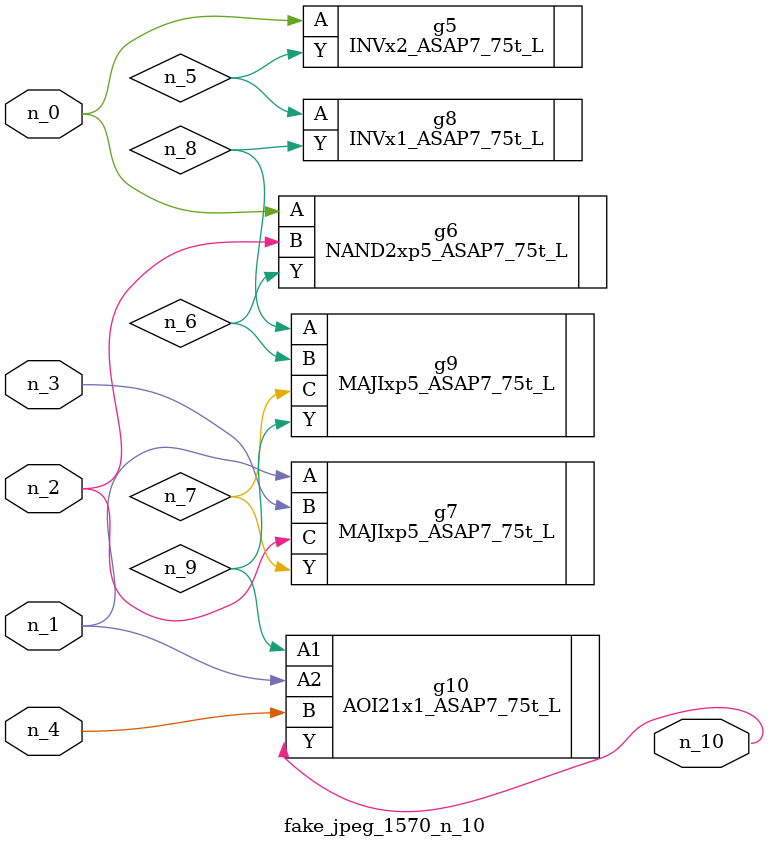
<source format=v>
module fake_jpeg_1570_n_10 (n_3, n_2, n_1, n_0, n_4, n_10);

input n_3;
input n_2;
input n_1;
input n_0;
input n_4;

output n_10;

wire n_8;
wire n_9;
wire n_6;
wire n_5;
wire n_7;

INVx2_ASAP7_75t_L g5 ( 
.A(n_0),
.Y(n_5)
);

NAND2xp5_ASAP7_75t_L g6 ( 
.A(n_0),
.B(n_2),
.Y(n_6)
);

MAJIxp5_ASAP7_75t_L g7 ( 
.A(n_1),
.B(n_3),
.C(n_2),
.Y(n_7)
);

INVx1_ASAP7_75t_L g8 ( 
.A(n_5),
.Y(n_8)
);

MAJIxp5_ASAP7_75t_L g9 ( 
.A(n_8),
.B(n_6),
.C(n_7),
.Y(n_9)
);

AOI21x1_ASAP7_75t_L g10 ( 
.A1(n_9),
.A2(n_1),
.B(n_4),
.Y(n_10)
);


endmodule
</source>
